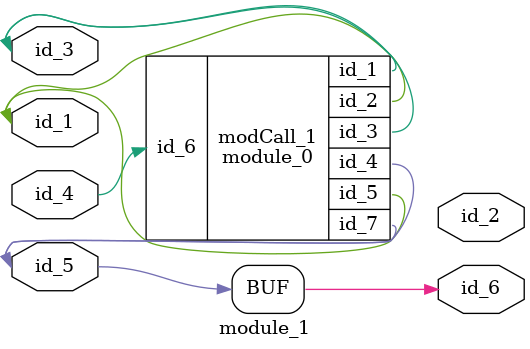
<source format=v>
module module_0 (
    id_1,
    id_2,
    id_3,
    id_4,
    id_5,
    id_6,
    id_7
);
  inout wire id_7;
  input wire id_6;
  inout wire id_5;
  inout wire id_4;
  inout wire id_3;
  output wire id_2;
  inout wire id_1;
endmodule
module module_1 (
    id_1,
    id_2,
    id_3,
    id_4,
    id_5,
    id_6
);
  output wire id_6;
  inout wire id_5;
  input wire id_4;
  inout wire id_3;
  output wire id_2;
  inout wire id_1;
  always #("") begin : LABEL_0
    id_6 = {1{id_5}};
  end
  module_0 modCall_1 (
      id_3,
      id_1,
      id_3,
      id_5,
      id_1,
      id_4,
      id_5
  );
endmodule

</source>
